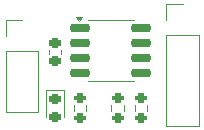
<source format=gbr>
%TF.GenerationSoftware,KiCad,Pcbnew,9.0.2+dfsg-1*%
%TF.CreationDate,2025-11-23T23:22:12+02:00*%
%TF.ProjectId,stm8s001j3-dev-board,73746d38-7330-4303-916a-332d6465762d,1*%
%TF.SameCoordinates,Original*%
%TF.FileFunction,Legend,Top*%
%TF.FilePolarity,Positive*%
%FSLAX46Y46*%
G04 Gerber Fmt 4.6, Leading zero omitted, Abs format (unit mm)*
G04 Created by KiCad (PCBNEW 9.0.2+dfsg-1) date 2025-11-23 23:22:12*
%MOMM*%
%LPD*%
G01*
G04 APERTURE LIST*
G04 Aperture macros list*
%AMRoundRect*
0 Rectangle with rounded corners*
0 $1 Rounding radius*
0 $2 $3 $4 $5 $6 $7 $8 $9 X,Y pos of 4 corners*
0 Add a 4 corners polygon primitive as box body*
4,1,4,$2,$3,$4,$5,$6,$7,$8,$9,$2,$3,0*
0 Add four circle primitives for the rounded corners*
1,1,$1+$1,$2,$3*
1,1,$1+$1,$4,$5*
1,1,$1+$1,$6,$7*
1,1,$1+$1,$8,$9*
0 Add four rect primitives between the rounded corners*
20,1,$1+$1,$2,$3,$4,$5,0*
20,1,$1+$1,$4,$5,$6,$7,0*
20,1,$1+$1,$6,$7,$8,$9,0*
20,1,$1+$1,$8,$9,$2,$3,0*%
G04 Aperture macros list end*
%ADD10C,0.120000*%
%ADD11RoundRect,0.225000X0.250000X-0.225000X0.250000X0.225000X-0.250000X0.225000X-0.250000X-0.225000X0*%
%ADD12R,1.700000X1.700000*%
%ADD13C,1.700000*%
%ADD14RoundRect,0.150000X-0.725000X-0.150000X0.725000X-0.150000X0.725000X0.150000X-0.725000X0.150000X0*%
%ADD15RoundRect,0.200000X0.275000X-0.200000X0.275000X0.200000X-0.275000X0.200000X-0.275000X-0.200000X0*%
%ADD16RoundRect,0.200000X-0.275000X0.200000X-0.275000X-0.200000X0.275000X-0.200000X0.275000X0.200000X0*%
%ADD17RoundRect,0.218750X-0.256250X0.218750X-0.256250X-0.218750X0.256250X-0.218750X0.256250X0.218750X0*%
G04 APERTURE END LIST*
D10*
%TO.C,C1*%
X150690000Y-99715580D02*
X150690000Y-99434420D01*
X151710000Y-99715580D02*
X151710000Y-99434420D01*
%TO.C,J2*%
X147020000Y-96820000D02*
X148400000Y-96820000D01*
X147020000Y-98200000D02*
X147020000Y-96820000D01*
X147020000Y-99470000D02*
X147020000Y-104660000D01*
X147020000Y-99470000D02*
X149780000Y-99470000D01*
X147020000Y-104660000D02*
X149780000Y-104660000D01*
X149780000Y-99470000D02*
X149780000Y-104660000D01*
%TO.C,U1*%
X155925000Y-96865000D02*
X153975000Y-96865000D01*
X155925000Y-96865000D02*
X157875000Y-96865000D01*
X155925000Y-101985000D02*
X153975000Y-101985000D01*
X155925000Y-101985000D02*
X157875000Y-101985000D01*
X153225000Y-96960000D02*
X152985000Y-96630000D01*
X153465000Y-96630000D01*
X153225000Y-96960000D01*
G36*
X153225000Y-96960000D02*
G01*
X152985000Y-96630000D01*
X153465000Y-96630000D01*
X153225000Y-96960000D01*
G37*
%TO.C,R2*%
X155977500Y-104537258D02*
X155977500Y-104062742D01*
X157022500Y-104537258D02*
X157022500Y-104062742D01*
%TO.C,R3*%
X152777500Y-104062742D02*
X152777500Y-104537258D01*
X153822500Y-104062742D02*
X153822500Y-104537258D01*
%TO.C,J1*%
X160620000Y-95470000D02*
X162000000Y-95470000D01*
X160620000Y-96850000D02*
X160620000Y-95470000D01*
X160620000Y-98120000D02*
X160620000Y-105850000D01*
X160620000Y-98120000D02*
X163380000Y-98120000D01*
X160620000Y-105850000D02*
X163380000Y-105850000D01*
X163380000Y-98120000D02*
X163380000Y-105850000D01*
%TO.C,D1*%
X150465000Y-102815000D02*
X150465000Y-105100000D01*
X151935000Y-102815000D02*
X150465000Y-102815000D01*
X151935000Y-105100000D02*
X151935000Y-102815000D01*
%TO.C,R1*%
X157977500Y-104537258D02*
X157977500Y-104062742D01*
X159022500Y-104537258D02*
X159022500Y-104062742D01*
%TD*%
%LPC*%
D11*
%TO.C,C1*%
X151200000Y-100350000D03*
X151200000Y-98800000D03*
%TD*%
D12*
%TO.C,J2*%
X148400000Y-98200000D03*
D13*
X148400000Y-100740000D03*
X148400000Y-103280000D03*
%TD*%
D14*
%TO.C,U1*%
X153350000Y-97520000D03*
X153350000Y-98790000D03*
X153350000Y-100060000D03*
X153350000Y-101330000D03*
X158500000Y-101330000D03*
X158500000Y-100060000D03*
X158500000Y-98790000D03*
X158500000Y-97520000D03*
%TD*%
D15*
%TO.C,R2*%
X156500000Y-105125000D03*
X156500000Y-103475000D03*
%TD*%
D16*
%TO.C,R3*%
X153300000Y-103475000D03*
X153300000Y-105125000D03*
%TD*%
D12*
%TO.C,J1*%
X162000000Y-96850000D03*
D13*
X162000000Y-99390000D03*
X162000000Y-101930000D03*
X162000000Y-104470000D03*
%TD*%
D17*
%TO.C,D1*%
X151200000Y-103512500D03*
X151200000Y-105087500D03*
%TD*%
D15*
%TO.C,R1*%
X158500000Y-105125000D03*
X158500000Y-103475000D03*
%TD*%
%LPD*%
M02*

</source>
